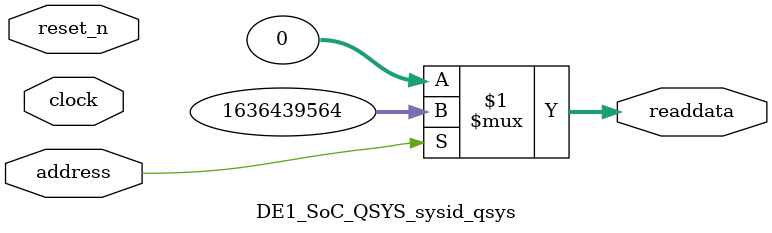
<source format=v>

`timescale 1ns / 1ps
// synthesis translate_on

// turn off superfluous verilog processor warnings 
// altera message_level Level1 
// altera message_off 10034 10035 10036 10037 10230 10240 10030 

module DE1_SoC_QSYS_sysid_qsys (
               // inputs:
                address,
                clock,
                reset_n,

               // outputs:
                readdata
             )
;

  output  [ 31: 0] readdata;
  input            address;
  input            clock;
  input            reset_n;

  wire    [ 31: 0] readdata;
  //control_slave, which is an e_avalon_slave
  assign readdata = address ? 1636439564 : 0;

endmodule




</source>
